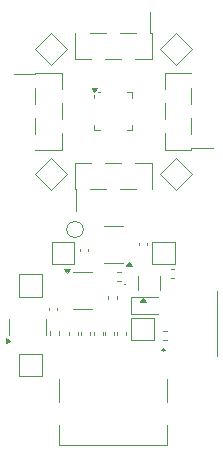
<source format=gbr>
%TF.GenerationSoftware,KiCad,Pcbnew,8.0.9-8.0.9-0~ubuntu20.04.1*%
%TF.CreationDate,2025-06-13T22:30:41+01:00*%
%TF.ProjectId,ch32-breakout,63683332-2d62-4726-9561-6b6f75742e6b,rev?*%
%TF.SameCoordinates,Original*%
%TF.FileFunction,Legend,Top*%
%TF.FilePolarity,Positive*%
%FSLAX46Y46*%
G04 Gerber Fmt 4.6, Leading zero omitted, Abs format (unit mm)*
G04 Created by KiCad (PCBNEW 8.0.9-8.0.9-0~ubuntu20.04.1) date 2025-06-13 22:30:41*
%MOMM*%
%LPD*%
G01*
G04 APERTURE LIST*
%ADD10C,0.120000*%
%ADD11C,0.100000*%
%ADD12C,0.200000*%
G04 APERTURE END LIST*
D10*
%TO.C,J4*%
X82390000Y-66265000D02*
X82390000Y-66375000D01*
X82390000Y-66265000D02*
X84610000Y-66265000D01*
X82390000Y-66375000D02*
X80560000Y-66375000D01*
X82390000Y-67545000D02*
X82390000Y-68915000D01*
X82390000Y-70085000D02*
X82390000Y-71455000D01*
X82390000Y-72735000D02*
X84610000Y-72735000D01*
X84610000Y-66275000D02*
X84610000Y-67645000D01*
X84610000Y-68815000D02*
X84610000Y-70185000D01*
X84610000Y-71355000D02*
X84610000Y-72725000D01*
X84610000Y-72625000D02*
X84610000Y-72735000D01*
%TO.C,R4*%
X89320000Y-88146359D02*
X89320000Y-88453641D01*
X90080000Y-88146359D02*
X90080000Y-88453641D01*
%TO.C,C2*%
X91140000Y-80857836D02*
X91140000Y-80642164D01*
X91860000Y-80857836D02*
X91860000Y-80642164D01*
%TO.C,J5*%
X85765000Y-76110000D02*
X85765000Y-73890000D01*
X85765000Y-76110000D02*
X85875000Y-76110000D01*
X85775000Y-73890000D02*
X87145000Y-73890000D01*
X85875000Y-76110000D02*
X85875000Y-77940000D01*
X87045000Y-76110000D02*
X88415000Y-76110000D01*
X88315000Y-73890000D02*
X89685000Y-73890000D01*
X89585000Y-76110000D02*
X90955000Y-76110000D01*
X90855000Y-73890000D02*
X92225000Y-73890000D01*
X92125000Y-73890000D02*
X92235000Y-73890000D01*
X92235000Y-76110000D02*
X92235000Y-73890000D01*
%TO.C,R6*%
X86270000Y-88146359D02*
X86270000Y-88453641D01*
X87030000Y-88146359D02*
X87030000Y-88453641D01*
%TO.C,C3*%
X83540000Y-86142164D02*
X83540000Y-86357836D01*
X84260000Y-86142164D02*
X84260000Y-86357836D01*
%TO.C,TP10*%
X86450000Y-79500000D02*
G75*
G02*
X85050000Y-79500000I-700000J0D01*
G01*
X85050000Y-79500000D02*
G75*
G02*
X86450000Y-79500000I700000J0D01*
G01*
%TO.C,TP1*%
X81050000Y-90050000D02*
X82950000Y-90050000D01*
X81050000Y-91950000D02*
X81050000Y-90050000D01*
X82950000Y-90050000D02*
X82950000Y-91950000D01*
X82950000Y-91950000D02*
X81050000Y-91950000D01*
%TO.C,TP4*%
X92956497Y-64200000D02*
X94300000Y-62856497D01*
X94300000Y-62856497D02*
X95643503Y-64200000D01*
X94300000Y-65543503D02*
X92956497Y-64200000D01*
X95643503Y-64200000D02*
X94300000Y-65543503D01*
%TO.C,U3*%
X80190000Y-87750000D02*
X80190000Y-87100000D01*
X80190000Y-87750000D02*
X80190000Y-88400000D01*
X83310000Y-87750000D02*
X83310000Y-87100000D01*
X83310000Y-87750000D02*
X83310000Y-88400000D01*
X80240000Y-88912500D02*
X79910000Y-89152500D01*
X79910000Y-88672500D01*
X80240000Y-88912500D01*
G36*
X80240000Y-88912500D02*
G01*
X79910000Y-89152500D01*
X79910000Y-88672500D01*
X80240000Y-88912500D01*
G37*
%TO.C,R2*%
X89346359Y-83120000D02*
X89653641Y-83120000D01*
X89346359Y-83880000D02*
X89653641Y-83880000D01*
%TO.C,TP6*%
X92956497Y-74800000D02*
X94300000Y-73456497D01*
X94300000Y-73456497D02*
X95643503Y-74800000D01*
X94300000Y-76143503D02*
X92956497Y-74800000D01*
X95643503Y-74800000D02*
X94300000Y-76143503D01*
D11*
%TO.C,D1*%
X90000000Y-84160000D02*
G75*
G02*
X89900000Y-84160000I-50000J0D01*
G01*
X89900000Y-84160000D02*
G75*
G02*
X90000000Y-84160000I50000J0D01*
G01*
D10*
%TO.C,D2*%
X90515000Y-85215000D02*
X90515000Y-86685000D01*
X90515000Y-86685000D02*
X92800000Y-86685000D01*
X92800000Y-85215000D02*
X90515000Y-85215000D01*
%TO.C,R8*%
X93846359Y-82870000D02*
X94153641Y-82870000D01*
X93846359Y-83630000D02*
X94153641Y-83630000D01*
%TO.C,U4*%
X89000000Y-79190000D02*
X88200000Y-79190000D01*
X89000000Y-79190000D02*
X89800000Y-79190000D01*
X89000000Y-82310000D02*
X88200000Y-82310000D01*
X89000000Y-82310000D02*
X89800000Y-82310000D01*
X90540000Y-82590000D02*
X90060000Y-82590000D01*
X90300000Y-82260000D01*
X90540000Y-82590000D01*
G36*
X90540000Y-82590000D02*
G01*
X90060000Y-82590000D01*
X90300000Y-82260000D01*
X90540000Y-82590000D01*
G37*
%TO.C,TP3*%
X83800000Y-80550000D02*
X85700000Y-80550000D01*
X83800000Y-82450000D02*
X83800000Y-80550000D01*
X85700000Y-80550000D02*
X85700000Y-82450000D01*
X85700000Y-82450000D02*
X83800000Y-82450000D01*
%TO.C,R10*%
X83620000Y-88096359D02*
X83620000Y-88403641D01*
X84380000Y-88096359D02*
X84380000Y-88403641D01*
%TO.C,J6*%
X93390000Y-66375000D02*
X93390000Y-66265000D01*
X93390000Y-67645000D02*
X93390000Y-66275000D01*
X93390000Y-70185000D02*
X93390000Y-68815000D01*
X93390000Y-72725000D02*
X93390000Y-71355000D01*
X95610000Y-66265000D02*
X93390000Y-66265000D01*
X95610000Y-68915000D02*
X95610000Y-67545000D01*
X95610000Y-71455000D02*
X95610000Y-70085000D01*
X95610000Y-72625000D02*
X97440000Y-72625000D01*
X95610000Y-72735000D02*
X93390000Y-72735000D01*
X95610000Y-72735000D02*
X95610000Y-72625000D01*
D12*
%TO.C,S1*%
X93150000Y-89700000D02*
X93150000Y-89700000D01*
X93350000Y-89700000D02*
X93350000Y-89700000D01*
D11*
X97775000Y-90250000D02*
X97775000Y-84750000D01*
D12*
X93150000Y-89700000D02*
G75*
G02*
X93350000Y-89700000I100000J0D01*
G01*
X93350000Y-89700000D02*
G75*
G02*
X93150000Y-89700000I-100000J0D01*
G01*
D10*
%TO.C,J3*%
X85765000Y-62890000D02*
X85765000Y-65110000D01*
X85875000Y-65110000D02*
X85765000Y-65110000D01*
X87145000Y-65110000D02*
X85775000Y-65110000D01*
X88415000Y-62890000D02*
X87045000Y-62890000D01*
X89685000Y-65110000D02*
X88315000Y-65110000D01*
X90955000Y-62890000D02*
X89585000Y-62890000D01*
X92125000Y-62890000D02*
X92125000Y-61060000D01*
X92225000Y-65110000D02*
X90855000Y-65110000D01*
X92235000Y-62890000D02*
X92125000Y-62890000D01*
X92235000Y-62890000D02*
X92235000Y-65110000D01*
%TO.C,C1*%
X86140000Y-81357836D02*
X86140000Y-81142164D01*
X86860000Y-81357836D02*
X86860000Y-81142164D01*
%TO.C,R7*%
X87320000Y-88146359D02*
X87320000Y-88453641D01*
X88080000Y-88146359D02*
X88080000Y-88453641D01*
%TO.C,U1*%
X87390000Y-68340000D02*
X87390000Y-68130000D01*
X87390000Y-71110000D02*
X87390000Y-70660000D01*
X87840000Y-67890000D02*
X87690000Y-67890000D01*
X87840000Y-71110000D02*
X87390000Y-71110000D01*
X90160000Y-67890000D02*
X90610000Y-67890000D01*
X90160000Y-71110000D02*
X90610000Y-71110000D01*
X90610000Y-67890000D02*
X90610000Y-68340000D01*
X90610000Y-71110000D02*
X90610000Y-70660000D01*
X87390000Y-67890000D02*
X87150000Y-67560000D01*
X87630000Y-67560000D01*
X87390000Y-67890000D01*
G36*
X87390000Y-67890000D02*
G01*
X87150000Y-67560000D01*
X87630000Y-67560000D01*
X87390000Y-67890000D01*
G37*
%TO.C,R9*%
X93196359Y-88070000D02*
X93503641Y-88070000D01*
X93196359Y-88830000D02*
X93503641Y-88830000D01*
%TO.C,Q1*%
X91065000Y-84000000D02*
X91065000Y-83400000D01*
X91065000Y-84000000D02*
X91065000Y-84600000D01*
X92935000Y-84000000D02*
X92935000Y-83400000D01*
X92935000Y-84000000D02*
X92935000Y-84600000D01*
X91740000Y-85640000D02*
X91260000Y-85640000D01*
X91500000Y-85310000D01*
X91740000Y-85640000D01*
G36*
X91740000Y-85640000D02*
G01*
X91260000Y-85640000D01*
X91500000Y-85310000D01*
X91740000Y-85640000D01*
G37*
%TO.C,TP9*%
X90500000Y-87000000D02*
X92400000Y-87000000D01*
X90500000Y-88900000D02*
X90500000Y-87000000D01*
X92400000Y-87000000D02*
X92400000Y-88900000D01*
X92400000Y-88900000D02*
X90500000Y-88900000D01*
%TO.C,J2*%
X84420000Y-92150000D02*
X84420000Y-94070000D01*
X84420000Y-97785000D02*
X84420000Y-96080000D01*
X93580000Y-94070000D02*
X93580000Y-92150000D01*
X93580000Y-96080000D02*
X93580000Y-97785000D01*
X93580000Y-97785000D02*
X84420000Y-97785000D01*
%TO.C,TP2*%
X81050000Y-83300000D02*
X82950000Y-83300000D01*
X81050000Y-85200000D02*
X81050000Y-83300000D01*
X82950000Y-83300000D02*
X82950000Y-85200000D01*
X82950000Y-85200000D02*
X81050000Y-85200000D01*
%TO.C,R3*%
X85220000Y-88146359D02*
X85220000Y-88453641D01*
X85980000Y-88146359D02*
X85980000Y-88453641D01*
%TO.C,TP5*%
X82356497Y-64200000D02*
X83700000Y-62856497D01*
X83700000Y-62856497D02*
X85043503Y-64200000D01*
X83700000Y-65543503D02*
X82356497Y-64200000D01*
X85043503Y-64200000D02*
X83700000Y-65543503D01*
%TO.C,R5*%
X88320000Y-88146359D02*
X88320000Y-88453641D01*
X89080000Y-88146359D02*
X89080000Y-88453641D01*
%TO.C,TP8*%
X92300000Y-80550000D02*
X94200000Y-80550000D01*
X92300000Y-82450000D02*
X92300000Y-80550000D01*
X94200000Y-80550000D02*
X94200000Y-82450000D01*
X94200000Y-82450000D02*
X92300000Y-82450000D01*
%TO.C,R1*%
X88570000Y-85096359D02*
X88570000Y-85403641D01*
X89330000Y-85096359D02*
X89330000Y-85403641D01*
%TO.C,TP7*%
X82356497Y-74800000D02*
X83700000Y-73456497D01*
X83700000Y-73456497D02*
X85043503Y-74800000D01*
X83700000Y-76143503D02*
X82356497Y-74800000D01*
X85043503Y-74800000D02*
X83700000Y-76143503D01*
%TO.C,U2*%
X86400000Y-83140000D02*
X85600000Y-83140000D01*
X86400000Y-83140000D02*
X87200000Y-83140000D01*
X86400000Y-86260000D02*
X85600000Y-86260000D01*
X86400000Y-86260000D02*
X87200000Y-86260000D01*
X85100000Y-83190000D02*
X84860000Y-82860000D01*
X85340000Y-82860000D01*
X85100000Y-83190000D01*
G36*
X85100000Y-83190000D02*
G01*
X84860000Y-82860000D01*
X85340000Y-82860000D01*
X85100000Y-83190000D01*
G37*
%TD*%
M02*

</source>
